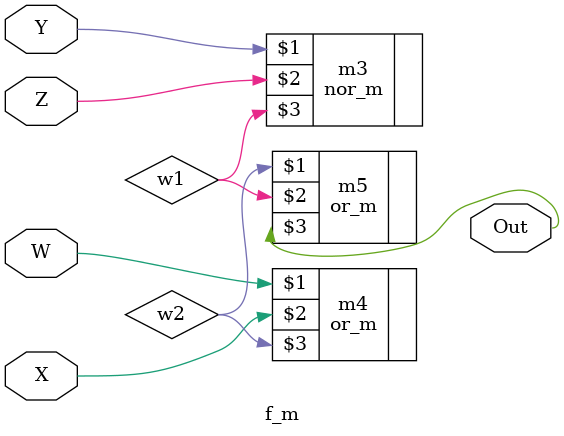
<source format=v>
module f_m(W,X,Y,Z,Out);

input W,X,Y,Z;
output Out;

wire w1,w2;

nor_m m3(Y,Z,w1);

or_m m4(W,X,w2);
or_m m5(w2,w1,Out);

endmodule

</source>
